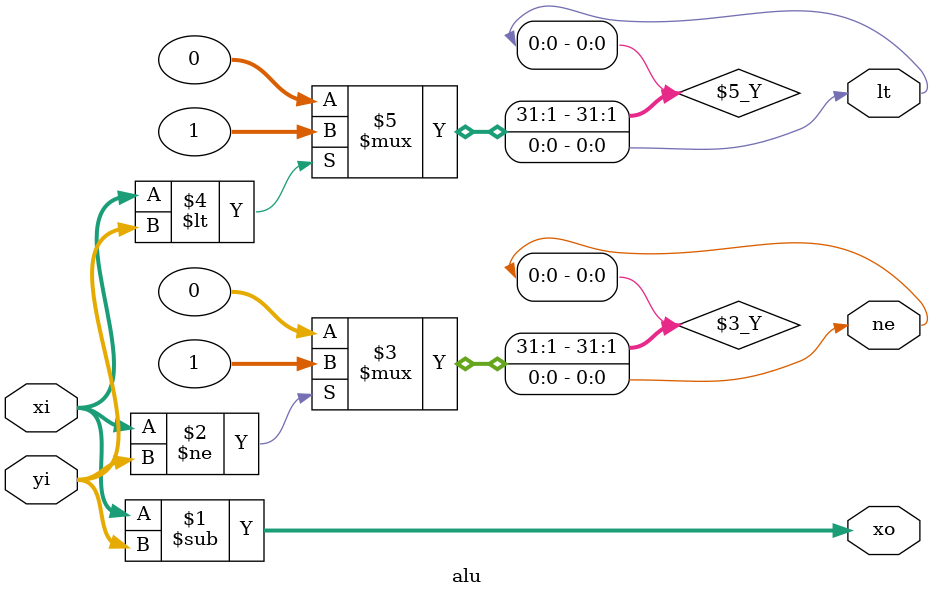
<source format=sv>

`timescale 1 ns / 1 ns

module  alu (
  input logic unsigned [15:0] xi, yi,
  output logic unsigned [15:0] xo,
  output logic ne, lt );

  assign  xo = xi - yi;

  assign  ne = ( xi != yi ) ? 1 : 0;

  assign  lt = ( xi < yi ) ? 1 : 0;

endmodule

</source>
